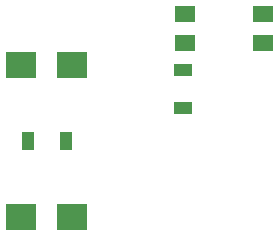
<source format=gbp>
G04*
G04 #@! TF.GenerationSoftware,Altium Limited,Altium Designer,22.10.1 (41)*
G04*
G04 Layer_Color=128*
%FSLAX44Y44*%
%MOMM*%
G71*
G04*
G04 #@! TF.SameCoordinates,AEFCC64F-A21F-44B2-B13A-618CF61525BC*
G04*
G04*
G04 #@! TF.FilePolarity,Positive*
G04*
G01*
G75*
%ADD25R,1.0000X1.6000*%
%ADD26R,2.5000X2.3000*%
%ADD27R,1.6000X1.0000*%
%ADD28R,1.8000X1.4500*%
D25*
X434000Y126100D02*
D03*
X466000D02*
D03*
D26*
X471500Y62000D02*
D03*
X428500D02*
D03*
Y190100D02*
D03*
X471500D02*
D03*
D27*
X565000Y154000D02*
D03*
Y186000D02*
D03*
D28*
X632750Y209450D02*
D03*
X567250D02*
D03*
X632750Y233950D02*
D03*
X567250D02*
D03*
M02*

</source>
